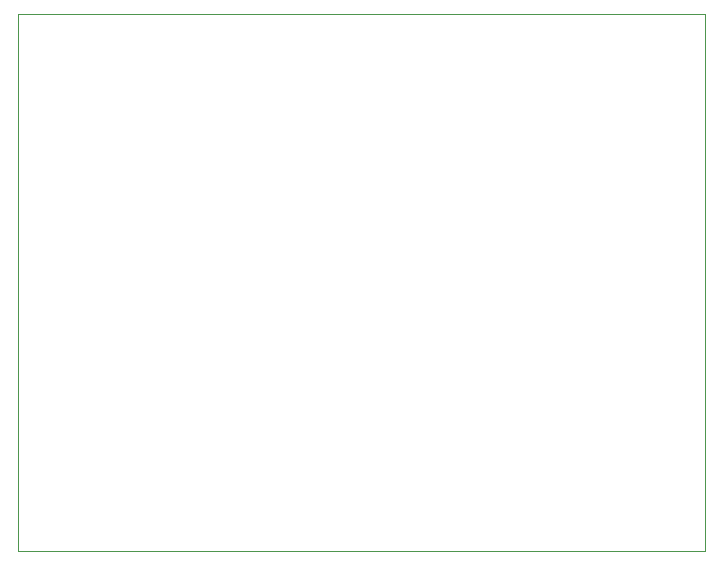
<source format=gm1>
G04 #@! TF.GenerationSoftware,KiCad,Pcbnew,(6.0.2)*
G04 #@! TF.CreationDate,2023-01-26T14:19:39+00:00*
G04 #@! TF.ProjectId,bomb-diffusal-combolock,626f6d62-2d64-4696-9666-7573616c2d63,rev?*
G04 #@! TF.SameCoordinates,Original*
G04 #@! TF.FileFunction,Profile,NP*
%FSLAX46Y46*%
G04 Gerber Fmt 4.6, Leading zero omitted, Abs format (unit mm)*
G04 Created by KiCad (PCBNEW (6.0.2)) date 2023-01-26 14:19:39*
%MOMM*%
%LPD*%
G01*
G04 APERTURE LIST*
G04 #@! TA.AperFunction,Profile*
%ADD10C,0.100000*%
G04 #@! TD*
G04 APERTURE END LIST*
D10*
X99060000Y-74930000D02*
X157226000Y-74930000D01*
X157226000Y-74930000D02*
X157226000Y-120396000D01*
X157226000Y-120396000D02*
X99060000Y-120396000D01*
X99060000Y-120396000D02*
X99060000Y-74930000D01*
M02*

</source>
